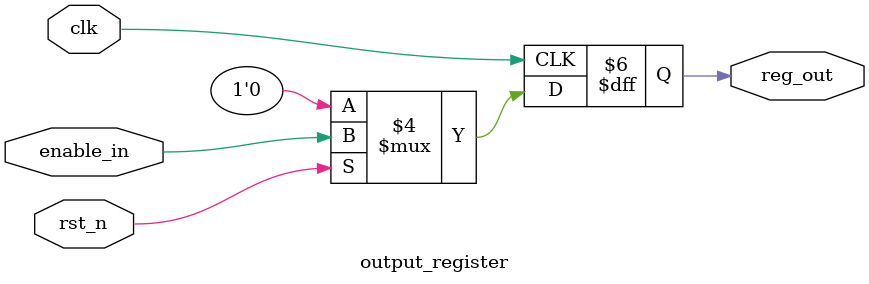
<source format=sv>

module window_div #(
    parameter L = 5,
    parameter H = 12
) (
    input wire clk,
    input wire rst_n,
    output wire clk_out
);
    
    // Internal signals
    wire [7:0] counter_value;
    wire window_enable;
    
    // Counter submodule instance
    counter_module #(
        .WIDTH(8)
    ) counter_inst (
        .clk(clk),
        .rst_n(rst_n),
        .count(counter_value)
    );
    
    // Window detection submodule instance
    window_detector #(
        .LOW_THRESHOLD(L),
        .HIGH_THRESHOLD(H)
    ) detector_inst (
        .counter_value(counter_value),
        .window_active(window_enable)
    );
    
    // Output register submodule instance
    output_register output_reg_inst (
        .clk(clk),
        .rst_n(rst_n),
        .enable_in(window_enable),
        .reg_out(clk_out)
    );
    
endmodule

///////////////////////////////////////////////////////////////////////////////
// Counter module
///////////////////////////////////////////////////////////////////////////////

module counter_module #(
    parameter WIDTH = 8
) (
    input wire clk,
    input wire rst_n,
    output reg [WIDTH-1:0] count
);
    
    always @(posedge clk) begin
        if (!rst_n) 
            count <= {WIDTH{1'b0}};
        else
            count <= count + 1'b1;
    end
    
endmodule

///////////////////////////////////////////////////////////////////////////////
// Window detector module
///////////////////////////////////////////////////////////////////////////////

module window_detector #(
    parameter LOW_THRESHOLD = 5,
    parameter HIGH_THRESHOLD = 12
) (
    input wire [7:0] counter_value,
    output wire window_active
);
    
    // Determine if counter is within the specified window
    assign window_active = (counter_value >= LOW_THRESHOLD) && 
                           (counter_value <= HIGH_THRESHOLD);
    
endmodule

///////////////////////////////////////////////////////////////////////////////
// Output register module
///////////////////////////////////////////////////////////////////////////////

module output_register (
    input wire clk,
    input wire rst_n,
    input wire enable_in,
    output reg reg_out
);
    
    always @(posedge clk) begin
        if (!rst_n)
            reg_out <= 1'b0;
        else
            reg_out <= enable_in;
    end
    
endmodule
</source>
